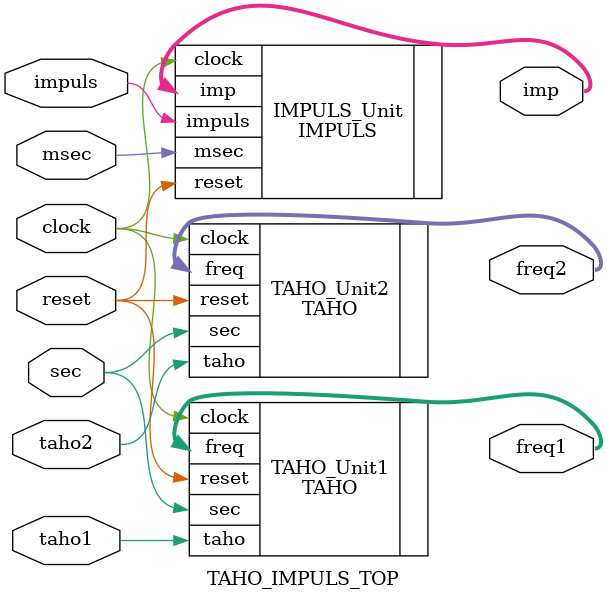
<source format=v>
/*
	TAHO_cnt & IMPULS detector
*/
/*		<==========

wire [15:0] freq1, freq2, imp;

TAHO_IMPULS_TOP
TAHO_IMPULS_TOPUnit
(
	 .clock		(clk_1MHz),
	 .reset		(reset),
	 .msec		(msec),
	 .sec			(sec),
	 
	 .taho1		(taho1),
	 .taho2		(taho2),	 
	 .impuls		(impuls),	
	 
	 .freq1		(freq1),
	 .freq2		(freq2),
	 .imp			(imp)
);
*/


module TAHO_IMPULS_TOP
(
	 clock,		// clk_1MHz
	 reset,
	 msec,
	 sec,
	 
	 taho1,
	 taho2,	 
	 impuls,
	 
	 freq1,
	 freq2,
	 imp
);

input wire 	clock,
				reset,
				sec,
				msec,
				taho1,
				taho2,
				impuls;
 
output wire [15:0] 	freq1,
							freq2,
							imp;


TAHO 
TAHO_Unit1
(
	 .clock		(clock),
	 .reset		(reset),
	 .sec			(sec),	 
	 .taho		(taho1),	 
	 .freq		(freq1)
);

TAHO 
TAHO_Unit2
(
	 .clock		(clock),
	 .reset		(reset),
	 .sec			(sec),	 
	 .taho		(taho2),	 
	 .freq		(freq2)
);


IMPULS 
IMPULS_Unit
(
	 .clock		(clock),
	 .reset		(reset),
	 .msec		(msec),	 
	 .impuls		(impuls),	 
	 .imp			(imp)
);

endmodule
</source>
